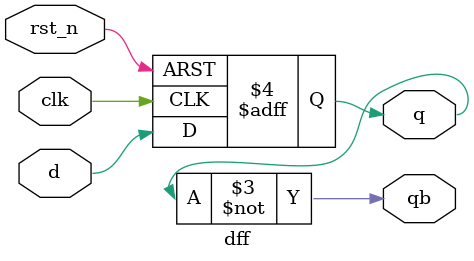
<source format=v>
module dff (
  input clk, rst_n,
  input d,
  output reg q ,qb
  );
  
  always@(posedge clk or negedge rst_n) 
    begin
    if(!rst_n) 
      q <= 1'b0;
     
    else      
      q <= d;
    
  end
  assign qb=~q;
endmodule

</source>
